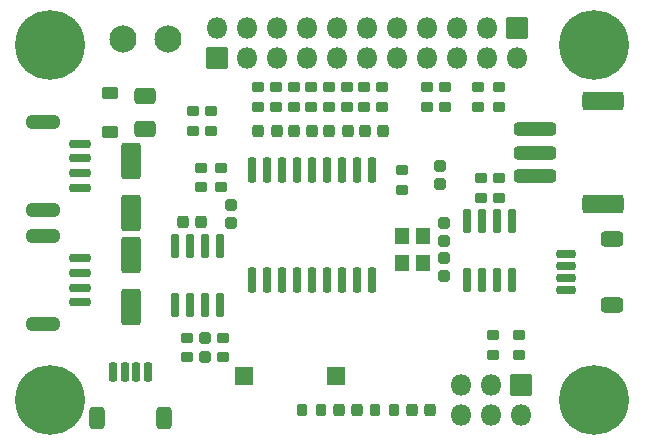
<source format=gts>
G04 #@! TF.GenerationSoftware,KiCad,Pcbnew,6.0.11-2627ca5db0~126~ubuntu22.04.1*
G04 #@! TF.CreationDate,2023-08-03T02:59:48+02:00*
G04 #@! TF.ProjectId,OpenCyphalPicoBase,4f70656e-4379-4706-9861-6c5069636f42,0.2*
G04 #@! TF.SameCoordinates,Original*
G04 #@! TF.FileFunction,Soldermask,Top*
G04 #@! TF.FilePolarity,Negative*
%FSLAX46Y46*%
G04 Gerber Fmt 4.6, Leading zero omitted, Abs format (unit mm)*
G04 Created by KiCad (PCBNEW 6.0.11-2627ca5db0~126~ubuntu22.04.1) date 2023-08-03 02:59:48*
%MOMM*%
%LPD*%
G01*
G04 APERTURE LIST*
G04 Aperture macros list*
%AMRoundRect*
0 Rectangle with rounded corners*
0 $1 Rounding radius*
0 $2 $3 $4 $5 $6 $7 $8 $9 X,Y pos of 4 corners*
0 Add a 4 corners polygon primitive as box body*
4,1,4,$2,$3,$4,$5,$6,$7,$8,$9,$2,$3,0*
0 Add four circle primitives for the rounded corners*
1,1,$1+$1,$2,$3*
1,1,$1+$1,$4,$5*
1,1,$1+$1,$6,$7*
1,1,$1+$1,$8,$9*
0 Add four rect primitives between the rounded corners*
20,1,$1+$1,$2,$3,$4,$5,0*
20,1,$1+$1,$4,$5,$6,$7,0*
20,1,$1+$1,$6,$7,$8,$9,0*
20,1,$1+$1,$8,$9,$2,$3,0*%
G04 Aperture macros list end*
%ADD10C,5.902000*%
%ADD11RoundRect,0.251000X0.275000X-0.200000X0.275000X0.200000X-0.275000X0.200000X-0.275000X-0.200000X0*%
%ADD12RoundRect,0.201000X0.150000X-0.875000X0.150000X0.875000X-0.150000X0.875000X-0.150000X-0.875000X0*%
%ADD13RoundRect,0.276000X-0.250000X0.225000X-0.250000X-0.225000X0.250000X-0.225000X0.250000X0.225000X0*%
%ADD14RoundRect,0.276000X-0.225000X-0.250000X0.225000X-0.250000X0.225000X0.250000X-0.225000X0.250000X0*%
%ADD15RoundRect,0.251000X-0.275000X0.200000X-0.275000X-0.200000X0.275000X-0.200000X0.275000X0.200000X0*%
%ADD16RoundRect,0.201000X0.625000X-0.150000X0.625000X0.150000X-0.625000X0.150000X-0.625000X-0.150000X0*%
%ADD17RoundRect,0.301000X0.650000X-0.350000X0.650000X0.350000X-0.650000X0.350000X-0.650000X-0.350000X0*%
%ADD18RoundRect,0.201000X-0.150000X-0.625000X0.150000X-0.625000X0.150000X0.625000X-0.150000X0.625000X0*%
%ADD19RoundRect,0.301000X-0.350000X-0.650000X0.350000X-0.650000X0.350000X0.650000X-0.350000X0.650000X0*%
%ADD20RoundRect,0.051000X-0.850000X0.850000X-0.850000X-0.850000X0.850000X-0.850000X0.850000X0.850000X0*%
%ADD21O,1.802000X1.802000*%
%ADD22RoundRect,0.051000X-0.600000X0.450000X-0.600000X-0.450000X0.600000X-0.450000X0.600000X0.450000X0*%
%ADD23RoundRect,0.201000X0.150000X-0.825000X0.150000X0.825000X-0.150000X0.825000X-0.150000X-0.825000X0*%
%ADD24RoundRect,0.201000X-0.700000X0.150000X-0.700000X-0.150000X0.700000X-0.150000X0.700000X0.150000X0*%
%ADD25RoundRect,0.301000X-1.100000X0.250000X-1.100000X-0.250000X1.100000X-0.250000X1.100000X0.250000X0*%
%ADD26C,2.302000*%
%ADD27RoundRect,0.269750X0.218750X0.256250X-0.218750X0.256250X-0.218750X-0.256250X0.218750X-0.256250X0*%
%ADD28RoundRect,0.251000X-0.200000X-0.275000X0.200000X-0.275000X0.200000X0.275000X-0.200000X0.275000X0*%
%ADD29RoundRect,0.201000X-0.150000X0.825000X-0.150000X-0.825000X0.150000X-0.825000X0.150000X0.825000X0*%
%ADD30RoundRect,0.051000X0.550000X-0.650000X0.550000X0.650000X-0.550000X0.650000X-0.550000X-0.650000X0*%
%ADD31RoundRect,0.276000X0.225000X0.250000X-0.225000X0.250000X-0.225000X-0.250000X0.225000X-0.250000X0*%
%ADD32RoundRect,0.051000X0.850000X-0.850000X0.850000X0.850000X-0.850000X0.850000X-0.850000X-0.850000X0*%
%ADD33RoundRect,0.051000X0.750000X0.750000X-0.750000X0.750000X-0.750000X-0.750000X0.750000X-0.750000X0*%
%ADD34RoundRect,0.276000X0.250000X-0.225000X0.250000X0.225000X-0.250000X0.225000X-0.250000X-0.225000X0*%
%ADD35RoundRect,0.301000X1.500000X-0.250000X1.500000X0.250000X-1.500000X0.250000X-1.500000X-0.250000X0*%
%ADD36RoundRect,0.301001X1.449999X-0.499999X1.449999X0.499999X-1.449999X0.499999X-1.449999X-0.499999X0*%
%ADD37RoundRect,0.301000X0.625000X-0.375000X0.625000X0.375000X-0.625000X0.375000X-0.625000X-0.375000X0*%
%ADD38RoundRect,0.301000X-0.550000X1.250000X-0.550000X-1.250000X0.550000X-1.250000X0.550000X1.250000X0*%
G04 APERTURE END LIST*
D10*
X67000000Y-77000000D03*
X113000000Y-77000000D03*
X67000000Y-107000000D03*
X113000000Y-107000000D03*
D11*
X79800000Y-89025000D03*
X79800000Y-87375000D03*
D12*
X84120000Y-96850000D03*
X85390000Y-96850000D03*
X86660000Y-96850000D03*
X87930000Y-96850000D03*
X89200000Y-96850000D03*
X90470000Y-96850000D03*
X91740000Y-96850000D03*
X93010000Y-96850000D03*
X94280000Y-96850000D03*
X94280000Y-87550000D03*
X93010000Y-87550000D03*
X91740000Y-87550000D03*
X90470000Y-87550000D03*
X89200000Y-87550000D03*
X87930000Y-87550000D03*
X86660000Y-87550000D03*
X85390000Y-87550000D03*
X84120000Y-87550000D03*
D13*
X82300000Y-90525000D03*
X82300000Y-92075000D03*
D14*
X78225000Y-92000000D03*
X79775000Y-92000000D03*
D15*
X96800000Y-87575000D03*
X96800000Y-89225000D03*
D11*
X81500000Y-89025000D03*
X81500000Y-87375000D03*
D13*
X100000000Y-87225000D03*
X100000000Y-88775000D03*
D16*
X110700000Y-97700000D03*
X110700000Y-96700000D03*
X110700000Y-95700000D03*
X110700000Y-94700000D03*
D17*
X114575000Y-99000000D03*
X114575000Y-93400000D03*
D18*
X72300000Y-104700000D03*
X73300000Y-104700000D03*
X74300000Y-104700000D03*
X75300000Y-104700000D03*
D19*
X71000000Y-108575000D03*
X76600000Y-108575000D03*
D20*
X106900000Y-105800000D03*
D21*
X106900000Y-108340000D03*
X104360000Y-105800000D03*
X104360000Y-108340000D03*
X101820000Y-105800000D03*
X101820000Y-108340000D03*
D22*
X72100000Y-81050000D03*
X72100000Y-84350000D03*
D23*
X102295000Y-96875000D03*
X103565000Y-96875000D03*
X104835000Y-96875000D03*
X106105000Y-96875000D03*
X106105000Y-91925000D03*
X104835000Y-91925000D03*
X103565000Y-91925000D03*
X102295000Y-91925000D03*
D15*
X103500000Y-88275000D03*
X103500000Y-89925000D03*
X105000000Y-88275000D03*
X105000000Y-89925000D03*
X106700000Y-101575000D03*
X106700000Y-103225000D03*
D11*
X104500000Y-103225000D03*
X104500000Y-101575000D03*
D24*
X69550000Y-95025000D03*
X69550000Y-96275000D03*
X69550000Y-97525000D03*
X69550000Y-98775000D03*
D25*
X66350000Y-93175000D03*
X66350000Y-100625000D03*
D26*
X77005000Y-76500000D03*
X73195000Y-76500000D03*
D27*
X99187500Y-107900000D03*
X97612500Y-107900000D03*
D28*
X94475000Y-107900000D03*
X96125000Y-107900000D03*
D29*
X81405000Y-94025000D03*
X80135000Y-94025000D03*
X78865000Y-94025000D03*
X77595000Y-94025000D03*
X77595000Y-98975000D03*
X78865000Y-98975000D03*
X80135000Y-98975000D03*
X81405000Y-98975000D03*
D30*
X96800000Y-93150000D03*
X96800000Y-95450000D03*
X98600000Y-95450000D03*
X98600000Y-93150000D03*
D24*
X69550000Y-85325000D03*
X69550000Y-86575000D03*
X69550000Y-87825000D03*
X69550000Y-89075000D03*
D25*
X66350000Y-90925000D03*
X66350000Y-83475000D03*
D13*
X80100000Y-101825000D03*
X80100000Y-103375000D03*
D11*
X78600000Y-103425000D03*
X78600000Y-101775000D03*
D15*
X81600000Y-101775000D03*
X81600000Y-103425000D03*
D28*
X88275000Y-107900000D03*
X89925000Y-107900000D03*
D31*
X86175000Y-84300000D03*
X84625000Y-84300000D03*
X89175000Y-84300000D03*
X87625000Y-84300000D03*
X92175000Y-84300000D03*
X90625000Y-84300000D03*
X95175000Y-84300000D03*
X93625000Y-84300000D03*
D32*
X81125000Y-78075000D03*
D21*
X81125000Y-75535000D03*
X83665000Y-78075000D03*
X83665000Y-75535000D03*
X86205000Y-78075000D03*
X86205000Y-75535000D03*
X88745000Y-78075000D03*
X88745000Y-75535000D03*
X91285000Y-78075000D03*
X91285000Y-75535000D03*
X93825000Y-78075000D03*
X93825000Y-75535000D03*
X96365000Y-78075000D03*
X96365000Y-75535000D03*
X98905000Y-78075000D03*
X98905000Y-75535000D03*
D20*
X106525000Y-75525000D03*
D21*
X106525000Y-78065000D03*
X103985000Y-75525000D03*
X103985000Y-78065000D03*
X101445000Y-75525000D03*
X101445000Y-78065000D03*
D11*
X84600000Y-82225000D03*
X84600000Y-80575000D03*
X90600000Y-82225000D03*
X90600000Y-80575000D03*
X93600000Y-82225000D03*
X93600000Y-80575000D03*
D15*
X89100000Y-80575000D03*
X89100000Y-82225000D03*
X92100000Y-80575000D03*
X92100000Y-82225000D03*
X95100000Y-80575000D03*
X95100000Y-82225000D03*
X98900000Y-80575000D03*
X98900000Y-82225000D03*
X100400000Y-80575000D03*
X100400000Y-82225000D03*
X80600000Y-82575000D03*
X80600000Y-84225000D03*
X79100000Y-82575000D03*
X79100000Y-84225000D03*
X103200000Y-80575000D03*
X103200000Y-82225000D03*
X105000000Y-80575000D03*
X105000000Y-82225000D03*
D33*
X91200000Y-105000000D03*
X83400000Y-105000000D03*
D15*
X86100000Y-80575000D03*
X86100000Y-82225000D03*
D34*
X100300000Y-93575000D03*
X100300000Y-92025000D03*
D11*
X87600000Y-82225000D03*
X87600000Y-80575000D03*
D13*
X100300000Y-95025000D03*
X100300000Y-96575000D03*
D27*
X92987500Y-107900000D03*
X91412500Y-107900000D03*
D35*
X108050000Y-88100000D03*
X108050000Y-86100000D03*
X108050000Y-84100000D03*
D36*
X113800000Y-81750000D03*
X113800000Y-90450000D03*
D37*
X75000000Y-84100000D03*
X75000000Y-81300000D03*
D38*
X73800000Y-94800000D03*
X73800000Y-99200000D03*
X73800000Y-86800000D03*
X73800000Y-91200000D03*
G36*
X115241900Y-91249999D02*
G01*
X115241900Y-91251999D01*
X115240497Y-91252972D01*
X115240491Y-91252973D01*
X115240162Y-91253000D01*
X112359838Y-91253000D01*
X112358106Y-91252000D01*
X112358106Y-91250000D01*
X112359838Y-91249000D01*
X115240168Y-91248999D01*
X115241900Y-91249999D01*
G37*
G36*
X115241894Y-89648000D02*
G01*
X115241894Y-89650000D01*
X115240162Y-89651000D01*
X112359832Y-89651001D01*
X112358100Y-89650001D01*
X112358100Y-89648001D01*
X112359503Y-89647028D01*
X112359509Y-89647027D01*
X112359838Y-89647000D01*
X115240162Y-89647000D01*
X115241894Y-89648000D01*
G37*
G36*
X115241900Y-82549999D02*
G01*
X115241900Y-82551999D01*
X115240497Y-82552972D01*
X115240491Y-82552973D01*
X115240162Y-82553000D01*
X112359838Y-82553000D01*
X112358106Y-82552000D01*
X112358106Y-82550000D01*
X112359838Y-82549000D01*
X115240168Y-82548999D01*
X115241900Y-82549999D01*
G37*
G36*
X115241894Y-80948000D02*
G01*
X115241894Y-80950000D01*
X115240162Y-80951000D01*
X112359832Y-80951001D01*
X112358100Y-80950001D01*
X112358100Y-80948001D01*
X112359503Y-80947028D01*
X112359509Y-80947027D01*
X112359838Y-80947000D01*
X115240162Y-80947000D01*
X115241894Y-80948000D01*
G37*
M02*

</source>
